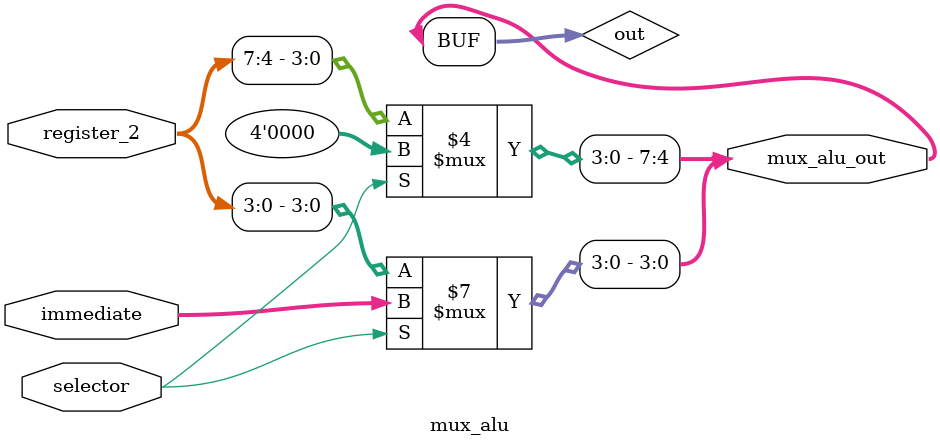
<source format=v>
module mux_alu (
	input [7:0] register_2,
	input [3:0] immediate,
	input selector,
	output [7:0] mux_alu_out
);

reg [7:0] out;

always @ (selector or register_2 or immediate) begin
	if (selector == 1'b0) begin
		out = register_2;
	end
	else begin
		out[7:4] = 4'b0;
		out[3:0] = immediate; 
	end
end

assign mux_alu_out = out;

endmodule
</source>
